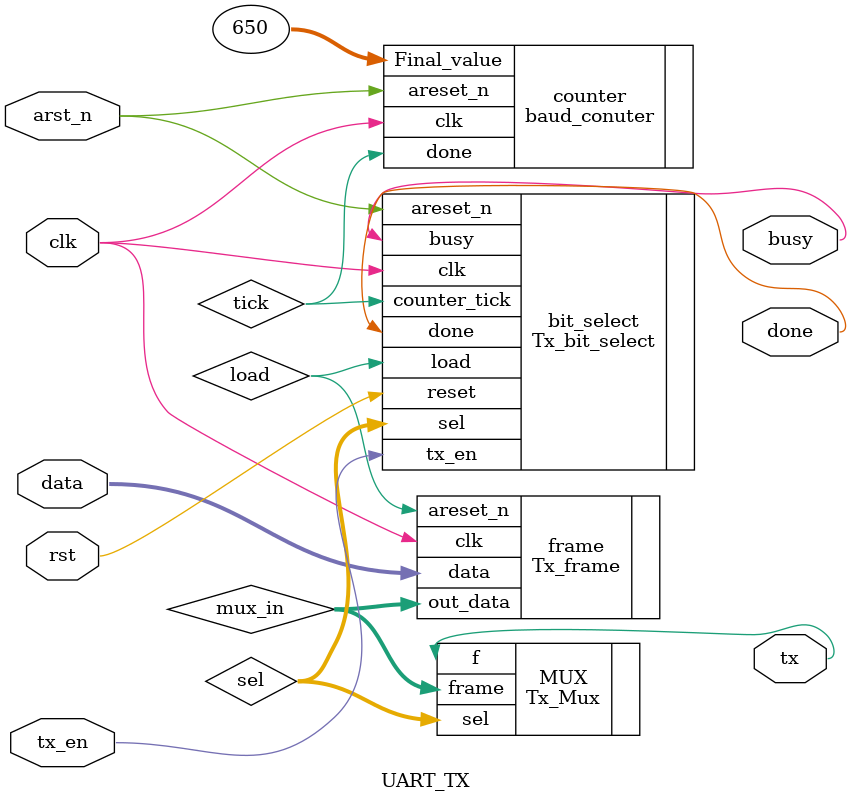
<source format=v>
module UART_TX
(
	input clk, arst_n, tx_en, rst,
	input [7:0] data,
	output tx, done, busy
);
wire tick, load ;
wire [9:0] mux_in;
wire [3:0] sel;
Tx_bit_select bit_select
(
	.clk(clk),
	.areset_n(arst_n),
	.reset(rst),
	.tx_en(tx_en),
	.counter_tick(tick),
	.sel(sel),
	.load(load),
	.done(done),
	.busy(busy)
);
Tx_frame frame
(
	.clk(clk),
	.areset_n(load),
	.data(data),
	.out_data(mux_in)
);
baud_conuter counter
(
	.clk(clk),	
	.areset_n(arst_n),
	.Final_value(650),
	.done(tick)
);
Tx_Mux MUX
(
	.frame(mux_in),
	.sel(sel),
	.f(tx)
);
endmodule

</source>
